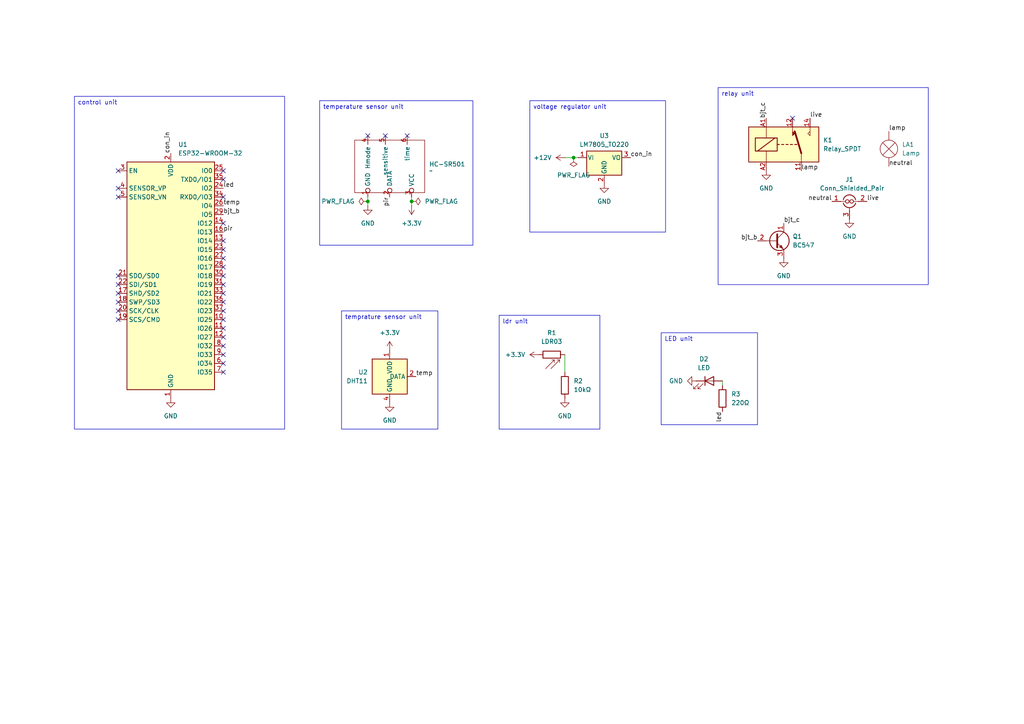
<source format=kicad_sch>
(kicad_sch (version 20250114) (generator "eeschema") (generator_version "9.0")
  (paper "A4")
  (lib_symbols
    (symbol "Connector:Conn_Shielded_Pair" (pin_names (hide yes))
      (property "Reference" "J" (at 0.254 5.588 0))
      (property "Value" "Conn_Shielded_Pair" (at 0 7.62 0))
      (symbol "Conn_Shielded_Pair_0_1"
        (polyline (pts (xy -2.54 2.54) (xy -1.143 2.54)))
        (circle (center -0.635 2.54) (radius 0.508) (stroke (width 0.2032)))
        (arc (start -1.778 3.048) (mid 0 4.4383) (end 1.778 3.048) (stroke (width 0.254)))
        (arc (start 1.778 2.032) (mid 0 0.7152) (end -1.778 2.032) (stroke (width 0.254)))
        (polyline (pts (xy 0 0) (xy 0 0.762)))
        (circle (center 0.635 2.54) (radius 0.508) (stroke (width 0.2032)))
        (polyline (pts (xy 1.27 2.54) (xy 2.54 2.54)))
      )
      (symbol "Conn_Shielded_Pair_1_1"
        (pin passive line (at -5.08 2.54 0) (length 2.54) (name "In1") (number "1"))
        (pin passive line (at 0 -2.54 90) (length 2.54) (name "Ext") (number "3"))
        (pin passive line (at 5.08 2.54 180) (length 2.54) (name "In2") (number "2"))
      )
    )
    (symbol "Device:LED" (pin_numbers (hide yes)) (pin_names (offset 1.016) (hide yes))
      (property "Reference" "D" (at 0 2.54 0))
      (property "Value" "LED" (at 0 -2.54 0))
      (symbol "LED_0_1"
        (polyline (pts (xy -3.048 -0.762) (xy -4.572 -2.286) (xy -3.81 -2.286) (xy -4.572 -2.286) (xy -4.572 -1.524)))
        (polyline (pts (xy -1.778 -0.762) (xy -3.302 -2.286) (xy -2.54 -2.286) (xy -3.302 -2.286) (xy -3.302 -1.524)))
        (polyline (pts (xy -1.27 0) (xy 1.27 0)))
        (polyline (pts (xy -1.27 -1.27) (xy -1.27 1.27)) (stroke (width 0.254)))
        (polyline (pts (xy 1.27 -1.27) (xy 1.27 1.27) (xy -1.27 0) (xy 1.27 -1.27)) (stroke (width 0.254)))
      )
      (symbol "LED_1_1"
        (pin passive line (at -3.81 0 0) (length 2.54) (name "K") (number "1"))
        (pin passive line (at 3.81 0 180) (length 2.54) (name "A") (number "2"))
      )
    )
    (symbol "Device:Lamp" (pin_numbers (hide yes)) (pin_names (offset 0.0254) (hide yes))
      (property "Reference" "LA" (at 0.635 3.81 0))
      (property "Value" "Lamp" (at 0.635 -3.81 0))
      (symbol "Lamp_0_1"
        (polyline (pts (xy -1.778 1.778) (xy 1.778 -1.778)))
        (circle (center 0 0) (radius 2.54))
        (polyline (pts (xy 1.778 1.778) (xy -1.778 -1.778)))
      )
      (symbol "Lamp_1_1"
        (pin passive line (at 0 5.08 270) (length 2.54) (name "+") (number "2"))
        (pin passive line (at 0 -5.08 90) (length 2.54) (name "-") (number "1"))
      )
    )
    (symbol "Device:R" (pin_numbers (hide yes)) (pin_names (offset 0))
      (property "Reference" "R" (at 2.032 0 90))
      (property "Value" "R" (at 0 0 90))
      (symbol "R_0_1"
        (rectangle (start -1.016 -2.54) (end 1.016 2.54) (stroke (width 0.254)))
      )
      (symbol "R_1_1"
        (pin passive line (at 0 3.81 270) (length 1.27) (name "~") (number "1"))
        (pin passive line (at 0 -3.81 90) (length 1.27) (name "~") (number "2"))
      )
    )
    (symbol "Hc-SR501:HC-SR501"
      (property "Reference" "O" (at 0 0 0))
      (symbol "HC-SR501_0_1"
        (rectangle (start 0 0) (end 20.32 -15.24))
      )
      (symbol "HC-SR501_1_1"
        (pin output line (at 3.81 1.27 270) (length 2.54) (name "Hmode") (number "4"))
        (pin input inverted (at 3.81 -16.51 90) (length 2.54) (name "GND") (number "1"))
        (pin bidirectional line (at 8.89 1.27 270) (length 2.54) (name "sensitive") (number "5"))
        (pin input inverted (at 10.16 -16.51 90) (length 2.54) (name "DATA") (number "2"))
        (pin input line (at 15.24 1.27 270) (length 2.54) (name "time") (number "6"))
        (pin input inverted (at 16.51 -16.51 90) (length 2.54) (name "VCC") (number "3"))
      )
    )
    (symbol "RF_Module:ESP32-WROOM-32"
      (property "Reference" "U" (at -12.7 34.29 0))
      (property "Value" "ESP32-WROOM-32" (at 1.27 34.29 0))
      (symbol "ESP32-WROOM-32_0_1"
        (rectangle (start -12.7 33.02) (end 12.7 -33.02) (stroke (width 0.254)) (fill (type background)))
      )
      (symbol "ESP32-WROOM-32_1_1"
        (pin input line (at -15.24 30.48 0) (length 2.54) (name "EN") (number "3"))
        (pin input line (at -15.24 25.4 0) (length 2.54) (name "SENSOR_VP") (number "4"))
        (pin input line (at -15.24 22.86 0) (length 2.54) (name "SENSOR_VN") (number "5"))
        (pin bidirectional line (at -15.24 0 0) (length 2.54) (name "SDO/SD0") (number "21"))
        (pin bidirectional line (at -15.24 -2.54 0) (length 2.54) (name "SDI/SD1") (number "22"))
        (pin bidirectional line (at -15.24 -5.08 0) (length 2.54) (name "SHD/SD2") (number "17"))
        (pin bidirectional line (at -15.24 -7.62 0) (length 2.54) (name "SWP/SD3") (number "18"))
        (pin bidirectional line (at -15.24 -10.16 0) (length 2.54) (name "SCK/CLK") (number "20"))
        (pin bidirectional line (at -15.24 -12.7 0) (length 2.54) (name "SCS/CMD") (number "19"))
        (pin no_connect line (at -12.7 -27.94 0) (length 2.54) (hide yes) (name "NC") (number "32"))
        (pin power_in line (at 0 35.56 270) (length 2.54) (name "VDD") (number "2"))
        (pin power_in line (at 0 -35.56 90) (length 2.54) (name "GND") (number "1"))
        (pin passive line (at 0 -35.56 90) (length 2.54) (hide yes) (name "GND") (number "15"))
        (pin passive line (at 0 -35.56 90) (length 2.54) (hide yes) (name "GND") (number "38"))
        (pin passive line (at 0 -35.56 90) (length 2.54) (hide yes) (name "GND") (number "39"))
        (pin bidirectional line (at 15.24 30.48 180) (length 2.54) (name "IO0") (number "25"))
        (pin bidirectional line (at 15.24 27.94 180) (length 2.54) (name "TXD0/IO1") (number "35"))
        (pin bidirectional line (at 15.24 25.4 180) (length 2.54) (name "IO2") (number "24"))
        (pin bidirectional line (at 15.24 22.86 180) (length 2.54) (name "RXD0/IO3") (number "34"))
        (pin bidirectional line (at 15.24 20.32 180) (length 2.54) (name "IO4") (number "26"))
        (pin bidirectional line (at 15.24 17.78 180) (length 2.54) (name "IO5") (number "29"))
        (pin bidirectional line (at 15.24 15.24 180) (length 2.54) (name "IO12") (number "14"))
        (pin bidirectional line (at 15.24 12.7 180) (length 2.54) (name "IO13") (number "16"))
        (pin bidirectional line (at 15.24 10.16 180) (length 2.54) (name "IO14") (number "13"))
        (pin bidirectional line (at 15.24 7.62 180) (length 2.54) (name "IO15") (number "23"))
        (pin bidirectional line (at 15.24 5.08 180) (length 2.54) (name "IO16") (number "27"))
        (pin bidirectional line (at 15.24 2.54 180) (length 2.54) (name "IO17") (number "28"))
        (pin bidirectional line (at 15.24 0 180) (length 2.54) (name "IO18") (number "30"))
        (pin bidirectional line (at 15.24 -2.54 180) (length 2.54) (name "IO19") (number "31"))
        (pin bidirectional line (at 15.24 -5.08 180) (length 2.54) (name "IO21") (number "33"))
        (pin bidirectional line (at 15.24 -7.62 180) (length 2.54) (name "IO22") (number "36"))
        (pin bidirectional line (at 15.24 -10.16 180) (length 2.54) (name "IO23") (number "37"))
        (pin bidirectional line (at 15.24 -12.7 180) (length 2.54) (name "IO25") (number "10"))
        (pin bidirectional line (at 15.24 -15.24 180) (length 2.54) (name "IO26") (number "11"))
        (pin bidirectional line (at 15.24 -17.78 180) (length 2.54) (name "IO27") (number "12"))
        (pin bidirectional line (at 15.24 -20.32 180) (length 2.54) (name "IO32") (number "8"))
        (pin bidirectional line (at 15.24 -22.86 180) (length 2.54) (name "IO33") (number "9"))
        (pin input line (at 15.24 -25.4 180) (length 2.54) (name "IO34") (number "6"))
        (pin input line (at 15.24 -27.94 180) (length 2.54) (name "IO35") (number "7"))
      )
    )
    (symbol "Regulator_Linear:LM7805_TO220" (pin_names (offset 0.254))
      (property "Reference" "U" (at -3.81 3.175 0))
      (property "Value" "LM7805_TO220" (at 0 3.175 0))
      (symbol "LM7805_TO220_0_1"
        (rectangle (start -5.08 1.905) (end 5.08 -5.08) (stroke (width 0.254)) (fill (type background)))
      )
      (symbol "LM7805_TO220_1_1"
        (pin power_in line (at -7.62 0 0) (length 2.54) (name "VI") (number "1"))
        (pin power_in line (at 0 -7.62 90) (length 2.54) (name "GND") (number "2"))
        (pin power_out line (at 7.62 0 180) (length 2.54) (name "VO") (number "3"))
      )
    )
    (symbol "Relay:Relay_SPDT"
      (property "Reference" "K" (at 11.43 3.81 0))
      (property "Value" "Relay_SPDT" (at 11.43 1.27 0))
      (symbol "Relay_SPDT_0_0"
        (polyline (pts (xy 7.62 5.08) (xy 7.62 2.54) (xy 6.985 3.175) (xy 7.62 3.81)))
      )
      (symbol "Relay_SPDT_0_1"
        (rectangle (start -10.16 5.08) (end 10.16 -5.08) (stroke (width 0.254)) (fill (type background)))
        (rectangle (start -8.255 1.905) (end -1.905 -1.905) (stroke (width 0.254)))
        (polyline (pts (xy -7.62 -1.905) (xy -2.54 1.905)) (stroke (width 0.254)))
        (polyline (pts (xy -5.08 5.08) (xy -5.08 1.905)))
        (polyline (pts (xy -5.08 -5.08) (xy -5.08 -1.905)))
        (polyline (pts (xy -1.905 0) (xy -1.27 0)) (stroke (width 0.254)))
        (polyline (pts (xy -0.635 0) (xy 0 0)) (stroke (width 0.254)))
        (polyline (pts (xy 0.635 0) (xy 1.27 0)) (stroke (width 0.254)))
        (polyline (pts (xy 1.905 0) (xy 2.54 0)) (stroke (width 0.254)))
        (polyline (pts (xy 2.54 5.08) (xy 2.54 2.54) (xy 3.175 3.175) (xy 2.54 3.81)) (fill (type outline)))
        (polyline (pts (xy 3.175 0) (xy 3.81 0)) (stroke (width 0.254)))
        (polyline (pts (xy 5.08 -2.54) (xy 3.175 3.81)) (stroke (width 0.508)))
        (polyline (pts (xy 5.08 -2.54) (xy 5.08 -5.08)))
      )
      (symbol "Relay_SPDT_1_1"
        (pin passive line (at -5.08 7.62 270) (length 2.54) (name "~") (number "A1"))
        (pin passive line (at -5.08 -7.62 90) (length 2.54) (name "~") (number "A2"))
        (pin passive line (at 2.54 7.62 270) (length 2.54) (name "~") (number "12"))
        (pin passive line (at 5.08 -7.62 90) (length 2.54) (name "~") (number "11"))
        (pin passive line (at 7.62 7.62 270) (length 2.54) (name "~") (number "14"))
      )
    )
    (symbol "Sensor:DHT11"
      (property "Reference" "U" (at -3.81 6.35 0))
      (property "Value" "DHT11" (at 3.81 6.35 0))
      (symbol "DHT11_0_1"
        (rectangle (start -5.08 5.08) (end 5.08 -5.08) (stroke (width 0.254)) (fill (type background)))
      )
      (symbol "DHT11_1_1"
        (pin no_connect line (at -5.08 0 0) (length 2.54) (hide yes) (name "NC") (number "3"))
        (pin power_in line (at 0 7.62 270) (length 2.54) (name "VDD") (number "1"))
        (pin power_in line (at 0 -7.62 90) (length 2.54) (name "GND") (number "4"))
        (pin bidirectional line (at 7.62 0 180) (length 2.54) (name "DATA") (number "2"))
      )
    )
    (symbol "Sensor_Optical:LDR03" (pin_numbers (hide yes)) (pin_names (offset 0))
      (property "Reference" "R" (at -5.08 0 90))
      (property "Value" "LDR03" (at 1.905 0 90))
      (symbol "LDR03_0_1"
        (polyline (pts (xy -1.524 -0.762) (xy -4.064 1.778)))
        (polyline (pts (xy -1.524 -0.762) (xy -2.286 -0.762)))
        (polyline (pts (xy -1.524 -0.762) (xy -1.524 0)))
        (polyline (pts (xy -1.524 -2.286) (xy -4.064 0.254)))
        (polyline (pts (xy -1.524 -2.286) (xy -2.286 -2.286)))
        (polyline (pts (xy -1.524 -2.286) (xy -1.524 -1.524)))
        (rectangle (start -1.016 2.54) (end 1.016 -2.54) (stroke (width 0.254)))
      )
      (symbol "LDR03_1_1"
        (pin passive line (at 0 3.81 270) (length 1.27) (name "~") (number "1"))
        (pin passive line (at 0 -3.81 90) (length 1.27) (name "~") (number "2"))
      )
    )
    (symbol "Transistor_BJT:BC547" (pin_names (offset 0) (hide yes))
      (property "Reference" "Q" (at 5.08 1.905 0))
      (property "Value" "BC547" (at 5.08 0 0))
      (symbol "BC547_0_1"
        (polyline (pts (xy -2.54 0) (xy 0.635 0)))
        (polyline (pts (xy 0.635 1.905) (xy 0.635 -1.905)) (stroke (width 0.508)))
        (circle (center 1.27 0) (radius 2.8194) (stroke (width 0.254)))
      )
      (symbol "BC547_1_1"
        (polyline (pts (xy 0.635 0.635) (xy 2.54 2.54)))
        (polyline (pts (xy 0.635 -0.635) (xy 2.54 -2.54)))
        (polyline (pts (xy 1.27 -1.778) (xy 1.778 -1.27) (xy 2.286 -2.286) (xy 1.27 -1.778)) (fill (type outline)))
        (pin input line (at -5.08 0 0) (length 2.54) (name "B") (number "2"))
        (pin passive line (at 2.54 5.08 270) (length 2.54) (name "C") (number "1"))
        (pin passive line (at 2.54 -5.08 90) (length 2.54) (name "E") (number "3"))
      )
    )
    (symbol "power:+12V" (power) (pin_numbers (hide yes)) (pin_names (offset 0) (hide yes))
      (property "Value" "+12V" (at 0 3.556 0))
      (symbol "+12V_0_1"
        (polyline (pts (xy -0.762 1.27) (xy 0 2.54)))
        (polyline (pts (xy 0 2.54) (xy 0.762 1.27)))
        (polyline (pts (xy 0 0) (xy 0 2.54)))
      )
      (symbol "+12V_1_1"
        (pin power_in line (at 0 0 90) (length 0) (name "~") (number "1"))
      )
    )
    (symbol "power:+3.3V" (power) (pin_numbers (hide yes)) (pin_names (offset 0) (hide yes))
      (property "Value" "+3.3V" (at 0 3.556 0))
      (symbol "+3.3V_0_1"
        (polyline (pts (xy -0.762 1.27) (xy 0 2.54)))
        (polyline (pts (xy 0 2.54) (xy 0.762 1.27)))
        (polyline (pts (xy 0 0) (xy 0 2.54)))
      )
      (symbol "+3.3V_1_1"
        (pin power_in line (at 0 0 90) (length 0) (name "~") (number "1"))
      )
    )
    (symbol "power:GND" (power) (pin_numbers (hide yes)) (pin_names (offset 0) (hide yes))
      (property "Value" "GND" (at 0 -3.81 0))
      (symbol "GND_0_1"
        (polyline (pts (xy 0 0) (xy 0 -1.27) (xy 1.27 -1.27) (xy 0 -2.54) (xy -1.27 -1.27) (xy 0 -1.27)))
      )
      (symbol "GND_1_1"
        (pin power_in line (at 0 0 270) (length 0) (name "~") (number "1"))
      )
    )
    (symbol "power:PWR_FLAG" (power) (pin_numbers (hide yes)) (pin_names (offset 0) (hide yes))
      (property "Value" "PWR_FLAG" (at 0 3.81 0))
      (symbol "PWR_FLAG_0_0"
        (pin power_out line (at 0 0 90) (length 0) (name "~") (number "1"))
      )
      (symbol "PWR_FLAG_0_1"
        (polyline (pts (xy 0 0) (xy 0 1.27) (xy -1.016 1.905) (xy 0 2.54) (xy 1.016 1.905) (xy 0 1.27)))
      )
    )
  )
  (text_box "temperature sensor unit" (at 92.71 29.21 0) (size 44.45 41.91) (margins 0.9525 0.9525 0.9525 0.9525) (effects (font (size 1.27 1.27)) (justify left top)))
  (text_box "voltage regulator unit" (at 153.67 29.21 0) (size 39.37 38.1) (margins 0.9525 0.9525 0.9525 0.9525) (effects (font (size 1.27 1.27)) (justify left top)))
  (text_box "ldr unit" (at 144.78 91.44 0) (size 29.21 33.02) (margins 0.9525 0.9525 0.9525 0.9525) (effects (font (size 1.27 1.27)) (justify left top)))
  (text_box "control unit" (at 21.59 27.94 0) (size 60.96 96.52) (margins 0.9525 0.9525 0.9525 0.9525) (effects (font (size 1.27 1.27)) (justify left top)))
  (text_box "LED unit" (at 191.77 96.52 0) (size 27.94 26.67) (margins 0.9525 0.9525 0.9525 0.9525) (effects (font (size 1.27 1.27)) (justify left top)))
  (text_box "temprature sensor unit" (at 99.06 90.17 0) (size 27.94 34.29) (margins 0.9525 0.9525 0.9525 0.9525) (effects (font (size 1.27 1.27)) (justify left top)))
  (text_box "relay unit" (at 208.28 25.4 0) (size 60.96 57.15) (margins 0.9525 0.9525 0.9525 0.9525) (effects (font (size 1.27 1.27)) (justify left top)))
  (junction (at 166.37 45.72))
  (junction (at 106.68 58.42))
  (junction (at 119.38 58.42))
  (no_connect (at 34.29 85.09))
  (no_connect (at 34.29 54.61))
  (no_connect (at 34.29 92.71))
  (no_connect (at 64.77 69.85))
  (no_connect (at 64.77 57.15))
  (no_connect (at 64.77 105.41))
  (no_connect (at 64.77 95.25))
  (no_connect (at 34.29 49.53))
  (no_connect (at 34.29 90.17))
  (no_connect (at 64.77 52.07))
  (no_connect (at 106.68 39.37))
  (no_connect (at 64.77 82.55))
  (no_connect (at 34.29 80.01))
  (no_connect (at 64.77 97.79))
  (no_connect (at 64.77 107.95))
  (no_connect (at 34.29 57.15))
  (no_connect (at 64.77 74.93))
  (no_connect (at 111.76 39.37))
  (no_connect (at 64.77 102.87))
  (no_connect (at 64.77 64.77))
  (no_connect (at 34.29 82.55))
  (no_connect (at 64.77 80.01))
  (no_connect (at 229.87 34.29))
  (no_connect (at 34.29 87.63))
  (no_connect (at 64.77 100.33))
  (no_connect (at 64.77 85.09))
  (no_connect (at 64.77 87.63))
  (no_connect (at 118.11 39.37))
  (no_connect (at 64.77 72.39))
  (no_connect (at 64.77 77.47))
  (no_connect (at 64.77 49.53))
  (no_connect (at 64.77 90.17))
  (no_connect (at 64.77 92.71))
  (wire (pts (xy 163.83 102.87) (xy 163.83 107.95)))
  (wire (pts (xy 166.37 45.72) (xy 167.64 45.72)))
  (wire (pts (xy 119.38 58.42) (xy 119.38 59.69)))
  (wire (pts (xy 163.83 45.72) (xy 166.37 45.72)))
  (wire (pts (xy 106.68 57.15) (xy 106.68 58.42)))
  (wire (pts (xy 209.55 110.49) (xy 209.55 111.76)))
  (wire (pts (xy 119.38 57.15) (xy 119.38 58.42)))
  (wire (pts (xy 106.68 58.42) (xy 106.68 59.69)))
  (label "bjt_b" (at 219.71 69.85 180))
  (label "temp" (at 64.77 59.69 0))
  (label "con_in" (at 49.53 44.45 90))
  (label "lamp" (at 257.81 38.1 0))
  (label "neutral" (at 241.3 58.42 180))
  (label "bjt_c" (at 227.33 64.77 0))
  (label "bjt_b" (at 64.77 62.23 0))
  (label "live" (at 234.95 34.29 0))
  (label "lamp" (at 232.41 49.53 0))
  (label "temp" (at 120.65 109.22 0))
  (label "pir" (at 64.77 67.31 0))
  (label "led" (at 64.77 54.61 0))
  (label "neutral" (at 257.81 48.26 0))
  (label "live" (at 251.46 58.42 0))
  (label "led" (at 209.55 119.38 270))
  (label "bjt_c" (at 222.25 34.29 90))
  (label "pir" (at 113.03 57.15 270))
  (label "con_in" (at 182.88 45.72 0))
  (symbol (lib_id "power:+3.3V") (at 113.03 101.6 0) (unit 1)
    (property "Reference" "#PWR07" (effects (hide yes)))
    (property "Value" "+3.3V" (at 113.03 96.52 0))
    (property "Description" "Power symbol creates a global label with name \"+3.3V\"" (effects (hide yes)))
  )
  (symbol (lib_id "Transistor_BJT:BC547") (at 224.79 69.85 0) (unit 1)
    (property "Reference" "Q1" (at 229.87 68.5799 0) (effects (justify left)))
    (property "Value" "BC547" (at 229.87 71.1199 0) (effects (justify left)))
    (property "Footprint" "Package_TO_SOT_THT:TO-92_Inline" (effects (hide yes)))
    (property "Datasheet" "https://www.onsemi.com/pub/Collateral/BC550-D.pdf" (effects (hide yes)))
    (property "Description" "0.1A Ic, 45V Vce, Small Signal NPN Transistor, TO-92" (effects (hide yes)))
  )
  (symbol (lib_id "power:GND") (at 106.68 59.69 0) (unit 1)
    (property "Reference" "#PWR02" (effects (hide yes)))
    (property "Value" "GND" (at 106.68 64.77 0))
    (property "Description" "Power symbol creates a global label with name \"GND\" , ground" (effects (hide yes)))
  )
  (symbol (lib_id "power:GND") (at 246.38 63.5 0) (unit 1)
    (property "Reference" "#PWR013" (effects (hide yes)))
    (property "Value" "GND" (at 246.38 68.58 0))
    (property "Description" "Power symbol creates a global label with name \"GND\" , ground" (effects (hide yes)))
  )
  (symbol (lib_id "Connector:Conn_Shielded_Pair") (at 246.38 60.96 0) (unit 1)
    (property "Reference" "J1" (at 246.38 52.07 0))
    (property "Value" "Conn_Shielded_Pair" (at 247.142 54.61 0))
    (property "Footprint" "Connector_Molex:Molex_KK-254_AE-6410-03A_1x03_P2.54mm_Vertical" (effects (hide yes)))
    (property "Description" "triaxial connector (LEMO 00.302, ...)" (effects (hide yes)))
  )
  (symbol (lib_id "power:GND") (at 163.83 115.57 0) (unit 1)
    (property "Reference" "#PWR05" (effects (hide yes)))
    (property "Value" "GND" (at 163.83 120.65 0))
    (property "Description" "Power symbol creates a global label with name \"GND\" , ground" (effects (hide yes)))
  )
  (symbol (lib_id "power:GND") (at 227.33 74.93 0) (unit 1)
    (property "Reference" "#PWR010" (effects (hide yes)))
    (property "Value" "GND" (at 227.33 80.01 0))
    (property "Description" "Power symbol creates a global label with name \"GND\" , ground" (effects (hide yes)))
  )
  (symbol (lib_id "power:+3.3V") (at 119.38 59.69 180) (unit 1)
    (property "Reference" "#PWR01" (effects (hide yes)))
    (property "Value" "+3.3V" (at 119.38 64.77 0))
    (property "Description" "Power symbol creates a global label with name \"+3.3V\"" (effects (hide yes)))
  )
  (symbol (lib_id "power:GND") (at 222.25 49.53 0) (unit 1)
    (property "Reference" "#PWR09" (effects (hide yes)))
    (property "Value" "GND" (at 222.25 54.61 0))
    (property "Description" "Power symbol creates a global label with name \"GND\" , ground" (effects (hide yes)))
  )
  (symbol (lib_id "power:PWR_FLAG") (at 166.37 45.72 180) (unit 1)
    (property "Reference" "#FLG01" (effects (hide yes)))
    (property "Value" "PWR_FLAG" (at 166.37 50.8 0))
    (property "Description" "Special symbol for telling ERC where power comes from" (effects (hide yes)))
  )
  (symbol (lib_id "Device:Lamp") (at 257.81 43.18 0) (unit 1)
    (property "Reference" "LA1" (at 261.62 41.9099 0) (effects (justify left)))
    (property "Value" "Lamp" (at 261.62 44.4499 0) (effects (justify left)))
    (property "Footprint" "LED_SMD:LED_Cree-XP" (effects (hide yes)))
    (property "Description" "Lamp" (effects (hide yes)))
  )
  (symbol (lib_id "power:GND") (at 49.53 115.57 0) (unit 1)
    (property "Reference" "#PWR03" (effects (hide yes)))
    (property "Value" "GND" (at 49.53 120.65 0))
    (property "Description" "Power symbol creates a global label with name \"GND\" , ground" (effects (hide yes)))
  )
  (symbol (lib_id "Relay:Relay_SPDT") (at 227.33 41.91 0) (unit 1)
    (property "Reference" "K1" (at 238.76 40.6399 0) (effects (justify left)))
    (property "Value" "Relay_SPDT" (at 238.76 43.1799 0) (effects (justify left)))
    (property "Footprint" "Relay_SMD:Relay_DPDT_FRT5_SMD" (effects (hide yes)))
    (property "Description" "Relay SPDT, monostable, EN50005" (effects (hide yes)))
  )
  (symbol (lib_id "Device:R") (at 209.55 115.57 0) (unit 1)
    (property "Reference" "R3" (at 212.09 114.2999 0) (effects (justify left)))
    (property "Value" "220Ω" (at 212.09 116.8399 0) (effects (justify left)))
    (property "Footprint" "Resistor_SMD:R_0201_0603Metric" (effects (hide yes)))
    (property "Description" "Resistor" (effects (hide yes)))
  )
  (symbol (lib_id "Sensor_Optical:LDR03") (at 160.02 102.87 90) (unit 1)
    (property "Reference" "R1" (at 160.02 96.52 90))
    (property "Value" "LDR03" (at 160.02 99.06 90))
    (property "Footprint" "OptoDevice:R_LDR_10x8.5mm_P7.6mm_Vertical" (effects (hide yes)))
    (property "Datasheet" "http://www.elektronica-componenten.nl/WebRoot/StoreNL/Shops/61422969/54F1/BA0C/C664/31B9/2173/C0A8/2AB9/2AEF/LDR03IMP.pdf" (effects (hide yes)))
    (property "Description" "light dependent resistor" (effects (hide yes)))
  )
  (symbol (lib_id "Regulator_Linear:LM7805_TO220") (at 175.26 45.72 0) (unit 1)
    (property "Reference" "U3" (at 175.26 39.37 0))
    (property "Value" "LM7805_TO220" (at 175.26 41.91 0))
    (property "Footprint" "Package_TO_SOT_THT:TO-220-3_Vertical" (effects (hide yes)))
    (property "Datasheet" "https://www.onsemi.cn/PowerSolutions/document/MC7800-D.PDF" (effects (hide yes)))
    (property "Description" "Positive 1A 35V Linear Regulator, Fixed input 5V, TO-220" (effects (hide yes)))
  )
  (symbol (lib_id "power:+3.3V") (at 156.21 102.87 90) (unit 1)
    (property "Reference" "#PWR06" (effects (hide yes)))
    (property "Value" "+3.3V" (at 152.4 102.8699 90) (effects (justify left)))
    (property "Description" "Power symbol creates a global label with name \"+3.3V\"" (effects (hide yes)))
  )
  (symbol (lib_id "power:PWR_FLAG") (at 119.38 58.42 270) (unit 1)
    (property "Reference" "#FLG04" (effects (hide yes)))
    (property "Value" "PWR_FLAG" (at 123.19 58.4199 90) (effects (justify left)))
    (property "Description" "Special symbol for telling ERC where power comes from" (effects (hide yes)))
  )
  (symbol (lib_id "Hc-SR501:HC-SR501") (at 102.87 40.64 0) (unit 1)
    (property "Reference" "HC-SR501" (at 124.46 47.6249 0) (effects (justify left)))
    (property "Value" "~" (at 124.46 49.53 0) (effects (justify left)))
    (property "Footprint" "Downloads:HC-SR501" (effects (hide yes)))
  )
  (symbol (lib_id "Device:LED") (at 205.74 110.49 0) (unit 1)
    (property "Reference" "D2" (at 204.1525 104.14 0))
    (property "Value" "LED" (at 204.1525 106.68 0))
    (property "Footprint" "LED_SMD:LED_0201_0603Metric" (effects (hide yes)))
    (property "Description" "Light emitting diode" (effects (hide yes)))
    (property "Sim.Pins" "1=K 2=A" (effects (hide yes)))
  )
  (symbol (lib_id "power:GND") (at 113.03 116.84 0) (unit 1)
    (property "Reference" "#PWR08" (effects (hide yes)))
    (property "Value" "GND" (at 113.03 121.92 0))
    (property "Description" "Power symbol creates a global label with name \"GND\" , ground" (effects (hide yes)))
  )
  (symbol (lib_id "power:GND") (at 175.26 53.34 0) (unit 1)
    (property "Reference" "#PWR04" (effects (hide yes)))
    (property "Value" "GND" (at 175.26 58.42 0))
    (property "Description" "Power symbol creates a global label with name \"GND\" , ground" (effects (hide yes)))
  )
  (symbol (lib_id "Sensor:DHT11") (at 113.03 109.22 0) (unit 1)
    (property "Reference" "U2" (at 106.68 107.9499 0) (effects (justify right)))
    (property "Value" "DHT11" (at 106.68 110.4899 0) (effects (justify right)))
    (property "Footprint" "Sensor:Aosong_DHT11_5.5x12.0_P2.54mm" (effects (hide yes)))
    (property "Datasheet" "http://akizukidenshi.com/download/ds/aosong/DHT11.pdf" (effects (hide yes)))
    (property "Description" "3.3V to 5.5V, temperature and humidity module, DHT11" (effects (hide yes)))
  )
  (symbol (lib_id "power:GND") (at 201.93 110.49 270) (unit 1)
    (property "Reference" "#PWR012" (effects (hide yes)))
    (property "Value" "GND" (at 198.12 110.4899 90) (effects (justify right)))
    (property "Description" "Power symbol creates a global label with name \"GND\" , ground" (effects (hide yes)))
  )
  (symbol (lib_id "power:PWR_FLAG") (at 106.68 58.42 90) (unit 1)
    (property "Reference" "#FLG02" (effects (hide yes)))
    (property "Value" "PWR_FLAG" (at 102.87 58.4199 90) (effects (justify left)))
    (property "Description" "Special symbol for telling ERC where power comes from" (effects (hide yes)))
  )
  (symbol (lib_id "power:+12V") (at 163.83 45.72 90) (unit 1)
    (property "Reference" "#PWR011" (effects (hide yes)))
    (property "Value" "+12V" (at 160.02 45.7199 90) (effects (justify left)))
    (property "Description" "Power symbol creates a global label with name \"+12V\"" (effects (hide yes)))
  )
  (symbol (lib_id "RF_Module:ESP32-WROOM-32") (at 49.53 80.01 0) (unit 1)
    (property "Reference" "U1" (at 51.6733 41.91 0) (effects (justify left)))
    (property "Value" "ESP32-WROOM-32" (at 51.6733 44.45 0) (effects (justify left)))
    (property "Footprint" "RF_Module:ESP32-WROOM-32" (effects (hide yes)))
    (property "Datasheet" "https://www.espressif.com/sites/default/files/documentation/esp32-wroom-32_datasheet_en.pdf" (effects (hide yes)))
    (property "Description" "RF Module, ESP32-D0WDQ6 SoC, Wi-Fi 802.11b/g/n, Bluetooth, BLE, 32-bit, 2.7-3.6V, onboard antenna, SMD" (effects (hide yes)))
  )
  (symbol (lib_id "Device:R") (at 163.83 111.76 180) (unit 1)
    (property "Reference" "R2" (at 166.37 110.4899 0) (effects (justify right)))
    (property "Value" "10kΩ" (at 166.37 113.0299 0) (effects (justify right)))
    (property "Footprint" "Resistor_SMD:R_0201_0603Metric" (effects (hide yes)))
    (property "Description" "Resistor" (effects (hide yes)))
  )
)
</source>
